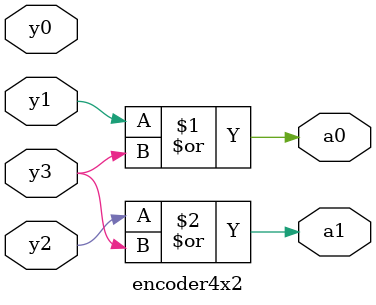
<source format=v>
module encoder4x2(y3,y2,y1,y0,a1,a0);
  input y3,y2,y1,y0;
  output a1,a0;
  or(a0,y1,y3);
  or(a1,y2,y3);
endmodule

</source>
